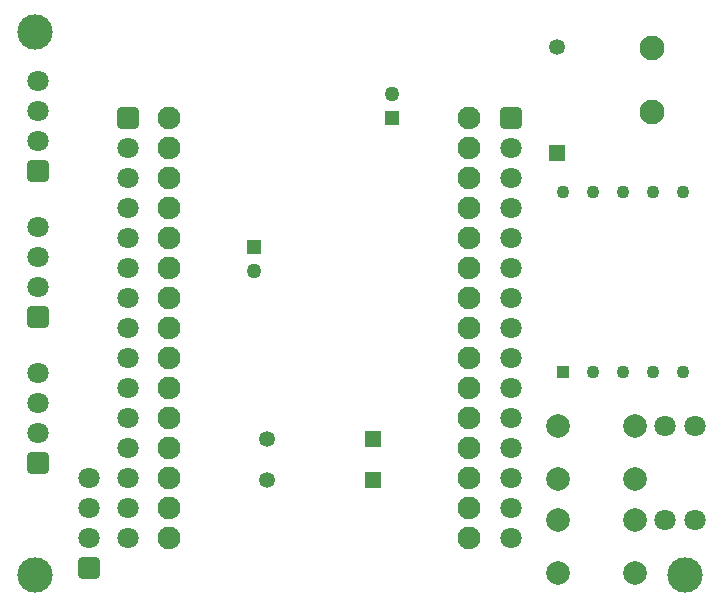
<source format=gtl>
G04*
G04 #@! TF.GenerationSoftware,Altium Limited,Altium Designer,22.5.1 (42)*
G04*
G04 Layer_Physical_Order=1*
G04 Layer_Color=255*
%FSLAX24Y24*%
%MOIN*%
G70*
G04*
G04 #@! TF.SameCoordinates,CA2130CD-DD2B-4D4C-96E1-355C1CFE4D94*
G04*
G04*
G04 #@! TF.FilePolarity,Positive*
G04*
G01*
G75*
%ADD27C,0.0827*%
%ADD28C,0.0709*%
G04:AMPARAMS|DCode=29|XSize=70.9mil|YSize=70.9mil|CornerRadius=8.9mil|HoleSize=0mil|Usage=FLASHONLY|Rotation=90.000|XOffset=0mil|YOffset=0mil|HoleType=Round|Shape=RoundedRectangle|*
%AMROUNDEDRECTD29*
21,1,0.0709,0.0531,0,0,90.0*
21,1,0.0531,0.0709,0,0,90.0*
1,1,0.0177,0.0266,0.0266*
1,1,0.0177,0.0266,-0.0266*
1,1,0.0177,-0.0266,-0.0266*
1,1,0.0177,-0.0266,0.0266*
%
%ADD29ROUNDEDRECTD29*%
%ADD30C,0.1181*%
%ADD31C,0.0433*%
%ADD32R,0.0433X0.0433*%
%ADD33R,0.0531X0.0531*%
%ADD34C,0.0787*%
%ADD35C,0.0531*%
%ADD36R,0.0502X0.0502*%
%ADD37C,0.0502*%
%ADD38R,0.0531X0.0531*%
%ADD39C,0.0760*%
D27*
X21550Y18542D02*
D03*
Y16400D02*
D03*
D28*
X23000Y2800D02*
D03*
X22000D02*
D03*
X1100Y15450D02*
D03*
Y16450D02*
D03*
Y17450D02*
D03*
Y10575D02*
D03*
Y11575D02*
D03*
Y12575D02*
D03*
Y5700D02*
D03*
Y6700D02*
D03*
Y7700D02*
D03*
X2800Y2200D02*
D03*
Y3200D02*
D03*
Y4200D02*
D03*
X22000Y5950D02*
D03*
X23000D02*
D03*
X16850Y10200D02*
D03*
Y9200D02*
D03*
Y8200D02*
D03*
Y7200D02*
D03*
Y3200D02*
D03*
Y4200D02*
D03*
Y5200D02*
D03*
Y6200D02*
D03*
Y15200D02*
D03*
Y14200D02*
D03*
Y13200D02*
D03*
Y12200D02*
D03*
Y11200D02*
D03*
Y2216D02*
D03*
X4100Y10200D02*
D03*
Y9200D02*
D03*
Y8200D02*
D03*
Y7200D02*
D03*
Y3200D02*
D03*
Y4200D02*
D03*
Y5200D02*
D03*
Y6200D02*
D03*
Y15200D02*
D03*
Y14200D02*
D03*
Y13200D02*
D03*
Y12200D02*
D03*
Y11200D02*
D03*
Y2216D02*
D03*
D29*
X1100Y14450D02*
D03*
Y9575D02*
D03*
Y4700D02*
D03*
X2800Y1200D02*
D03*
X16850Y16200D02*
D03*
X4100D02*
D03*
D30*
X984Y19094D02*
D03*
X22638Y984D02*
D03*
X984D02*
D03*
D31*
X18600Y13750D02*
D03*
X19600D02*
D03*
X20600D02*
D03*
X21600D02*
D03*
X22600D02*
D03*
Y7750D02*
D03*
X21600D02*
D03*
X20600D02*
D03*
X19600D02*
D03*
D32*
X18600D02*
D03*
D33*
X12250Y5500D02*
D03*
Y4150D02*
D03*
D34*
X18420Y2816D02*
D03*
X20980D02*
D03*
Y5936D02*
D03*
X18420D02*
D03*
Y1044D02*
D03*
X20980D02*
D03*
X18420Y4164D02*
D03*
X20980D02*
D03*
D35*
X8707Y4150D02*
D03*
Y5500D02*
D03*
X18400Y18572D02*
D03*
D36*
X12900Y16200D02*
D03*
X8300Y11900D02*
D03*
D37*
X12900Y17000D02*
D03*
X8300Y11100D02*
D03*
D38*
X18400Y15028D02*
D03*
D39*
X5450Y16200D02*
D03*
Y15200D02*
D03*
Y14200D02*
D03*
Y13200D02*
D03*
Y12200D02*
D03*
Y11200D02*
D03*
Y10200D02*
D03*
Y9200D02*
D03*
Y8200D02*
D03*
Y7200D02*
D03*
Y6200D02*
D03*
Y5200D02*
D03*
Y4200D02*
D03*
Y3200D02*
D03*
Y2200D02*
D03*
X15450Y16200D02*
D03*
Y15200D02*
D03*
Y14200D02*
D03*
Y13200D02*
D03*
Y12200D02*
D03*
Y11200D02*
D03*
Y10200D02*
D03*
Y9200D02*
D03*
Y8200D02*
D03*
Y7200D02*
D03*
Y6200D02*
D03*
Y5200D02*
D03*
Y4200D02*
D03*
Y3200D02*
D03*
Y2200D02*
D03*
M02*

</source>
